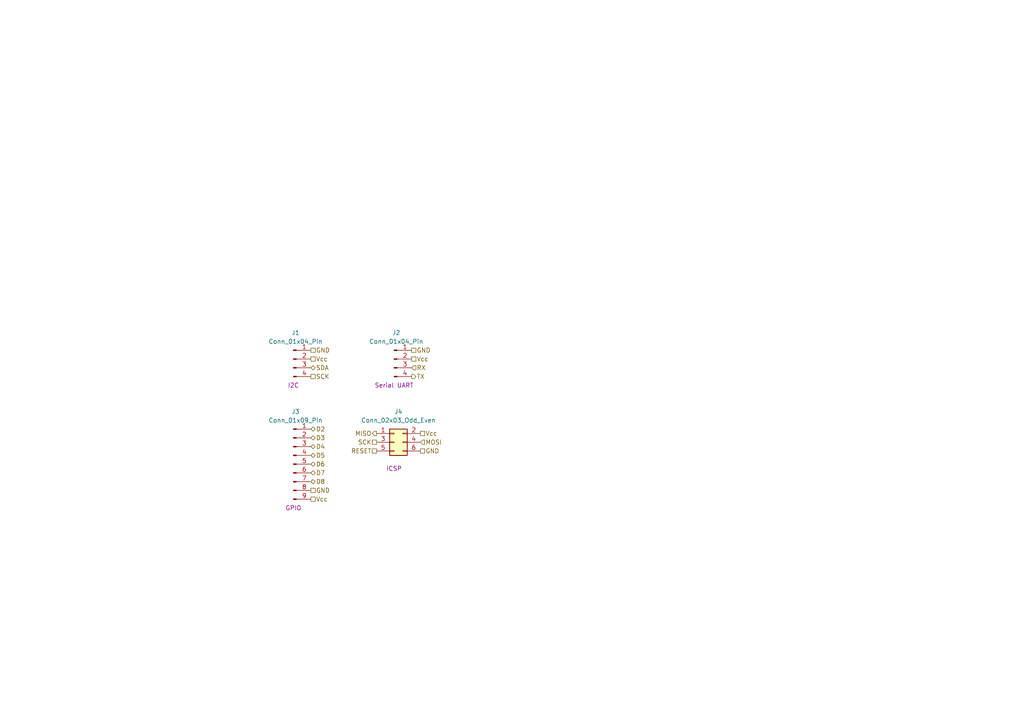
<source format=kicad_sch>
(kicad_sch (version 20250114) (generator "eeschema") (generator_version "9.0")
  (paper "A4")
  (lib_symbols
    (symbol "Connector:Conn_01x04_Pin" (pin_names (offset 1.016) (hide yes))
      (property "Reference" "J" (at 0 5.08 0))
      (property "Value" "Conn_01x04_Pin" (at 0 -7.62 0))
      (symbol "Conn_01x04_Pin_1_1"
        (rectangle (start 0.8636 2.667) (end 0 2.413) (stroke (width 0.1524)) (fill (type outline)))
        (rectangle (start 0.8636 0.127) (end 0 -0.127) (stroke (width 0.1524)) (fill (type outline)))
        (rectangle (start 0.8636 -2.413) (end 0 -2.667) (stroke (width 0.1524)) (fill (type outline)))
        (rectangle (start 0.8636 -4.953) (end 0 -5.207) (stroke (width 0.1524)) (fill (type outline)))
        (polyline (pts (xy 1.27 2.54) (xy 0.8636 2.54)) (stroke (width 0.1524)))
        (polyline (pts (xy 1.27 0) (xy 0.8636 0)) (stroke (width 0.1524)))
        (polyline (pts (xy 1.27 -2.54) (xy 0.8636 -2.54)) (stroke (width 0.1524)))
        (polyline (pts (xy 1.27 -5.08) (xy 0.8636 -5.08)) (stroke (width 0.1524)))
        (pin passive line (at 5.08 2.54 180) (length 3.81) (name "Pin_1") (number "1"))
        (pin passive line (at 5.08 0 180) (length 3.81) (name "Pin_2") (number "2"))
        (pin passive line (at 5.08 -2.54 180) (length 3.81) (name "Pin_3") (number "3"))
        (pin passive line (at 5.08 -5.08 180) (length 3.81) (name "Pin_4") (number "4"))
      )
    )
    (symbol "Connector:Conn_01x09_Pin" (pin_names (offset 1.016) (hide yes))
      (property "Reference" "J" (at 0 12.7 0))
      (property "Value" "Conn_01x09_Pin" (at 0 -12.7 0))
      (symbol "Conn_01x09_Pin_1_1"
        (rectangle (start 0.8636 10.287) (end 0 10.033) (stroke (width 0.1524)) (fill (type outline)))
        (rectangle (start 0.8636 7.747) (end 0 7.493) (stroke (width 0.1524)) (fill (type outline)))
        (rectangle (start 0.8636 5.207) (end 0 4.953) (stroke (width 0.1524)) (fill (type outline)))
        (rectangle (start 0.8636 2.667) (end 0 2.413) (stroke (width 0.1524)) (fill (type outline)))
        (rectangle (start 0.8636 0.127) (end 0 -0.127) (stroke (width 0.1524)) (fill (type outline)))
        (rectangle (start 0.8636 -2.413) (end 0 -2.667) (stroke (width 0.1524)) (fill (type outline)))
        (rectangle (start 0.8636 -4.953) (end 0 -5.207) (stroke (width 0.1524)) (fill (type outline)))
        (rectangle (start 0.8636 -7.493) (end 0 -7.747) (stroke (width 0.1524)) (fill (type outline)))
        (rectangle (start 0.8636 -10.033) (end 0 -10.287) (stroke (width 0.1524)) (fill (type outline)))
        (polyline (pts (xy 1.27 10.16) (xy 0.8636 10.16)) (stroke (width 0.1524)))
        (polyline (pts (xy 1.27 7.62) (xy 0.8636 7.62)) (stroke (width 0.1524)))
        (polyline (pts (xy 1.27 5.08) (xy 0.8636 5.08)) (stroke (width 0.1524)))
        (polyline (pts (xy 1.27 2.54) (xy 0.8636 2.54)) (stroke (width 0.1524)))
        (polyline (pts (xy 1.27 0) (xy 0.8636 0)) (stroke (width 0.1524)))
        (polyline (pts (xy 1.27 -2.54) (xy 0.8636 -2.54)) (stroke (width 0.1524)))
        (polyline (pts (xy 1.27 -5.08) (xy 0.8636 -5.08)) (stroke (width 0.1524)))
        (polyline (pts (xy 1.27 -7.62) (xy 0.8636 -7.62)) (stroke (width 0.1524)))
        (polyline (pts (xy 1.27 -10.16) (xy 0.8636 -10.16)) (stroke (width 0.1524)))
        (pin passive line (at 5.08 10.16 180) (length 3.81) (name "Pin_1") (number "1"))
        (pin passive line (at 5.08 7.62 180) (length 3.81) (name "Pin_2") (number "2"))
        (pin passive line (at 5.08 5.08 180) (length 3.81) (name "Pin_3") (number "3"))
        (pin passive line (at 5.08 2.54 180) (length 3.81) (name "Pin_4") (number "4"))
        (pin passive line (at 5.08 0 180) (length 3.81) (name "Pin_5") (number "5"))
        (pin passive line (at 5.08 -2.54 180) (length 3.81) (name "Pin_6") (number "6"))
        (pin passive line (at 5.08 -5.08 180) (length 3.81) (name "Pin_7") (number "7"))
        (pin passive line (at 5.08 -7.62 180) (length 3.81) (name "Pin_8") (number "8"))
        (pin passive line (at 5.08 -10.16 180) (length 3.81) (name "Pin_9") (number "9"))
      )
    )
    (symbol "Connector_Generic:Conn_02x03_Odd_Even" (pin_names (offset 1.016) (hide yes))
      (property "Reference" "J" (at 1.27 5.08 0))
      (property "Value" "Conn_02x03_Odd_Even" (at 1.27 -5.08 0))
      (symbol "Conn_02x03_Odd_Even_1_1"
        (rectangle (start -1.27 3.81) (end 3.81 -3.81) (stroke (width 0.254)) (fill (type background)))
        (rectangle (start -1.27 2.667) (end 0 2.413) (stroke (width 0.1524)))
        (rectangle (start -1.27 0.127) (end 0 -0.127) (stroke (width 0.1524)))
        (rectangle (start -1.27 -2.413) (end 0 -2.667) (stroke (width 0.1524)))
        (rectangle (start 3.81 2.667) (end 2.54 2.413) (stroke (width 0.1524)))
        (rectangle (start 3.81 0.127) (end 2.54 -0.127) (stroke (width 0.1524)))
        (rectangle (start 3.81 -2.413) (end 2.54 -2.667) (stroke (width 0.1524)))
        (pin passive line (at -5.08 2.54 0) (length 3.81) (name "Pin_1") (number "1"))
        (pin passive line (at -5.08 0 0) (length 3.81) (name "Pin_3") (number "3"))
        (pin passive line (at -5.08 -2.54 0) (length 3.81) (name "Pin_5") (number "5"))
        (pin passive line (at 7.62 2.54 180) (length 3.81) (name "Pin_2") (number "2"))
        (pin passive line (at 7.62 0 180) (length 3.81) (name "Pin_4") (number "4"))
        (pin passive line (at 7.62 -2.54 180) (length 3.81) (name "Pin_6") (number "6"))
      )
    )
  )
  (hierarchical_label "TX" (shape output) (at 119.38 109.22 0))
  (hierarchical_label "SCK" (shape passive) (at 90.17 109.22 0))
  (hierarchical_label "MOSI" (shape input) (at 121.92 128.27 0))
  (hierarchical_label "D8" (shape bidirectional) (at 90.17 139.7 0))
  (hierarchical_label "D7" (shape bidirectional) (at 90.17 137.16 0))
  (hierarchical_label "GND" (shape passive) (at 121.92 130.81 0))
  (hierarchical_label "Vcc" (shape passive) (at 119.38 104.14 0))
  (hierarchical_label "SDA" (shape bidirectional) (at 90.17 106.68 0))
  (hierarchical_label "D4" (shape bidirectional) (at 90.17 129.54 0))
  (hierarchical_label "GND" (shape passive) (at 90.17 142.24 0))
  (hierarchical_label "D3" (shape bidirectional) (at 90.17 127 0))
  (hierarchical_label "D2" (shape bidirectional) (at 90.17 124.46 0))
  (hierarchical_label "D6" (shape bidirectional) (at 90.17 134.62 0))
  (hierarchical_label "Vcc" (shape passive) (at 90.17 104.14 0))
  (hierarchical_label "MISO" (shape output) (at 109.22 125.73 180))
  (hierarchical_label "RX" (shape input) (at 119.38 106.68 0))
  (hierarchical_label "GND" (shape passive) (at 90.17 101.6 0))
  (hierarchical_label "Vcc" (shape passive) (at 121.92 125.73 0))
  (hierarchical_label "GND" (shape passive) (at 119.38 101.6 0))
  (hierarchical_label "D5" (shape bidirectional) (at 90.17 132.08 0))
  (hierarchical_label "RESET" (shape passive) (at 109.22 130.81 180))
  (hierarchical_label "Vcc" (shape passive) (at 90.17 144.78 0))
  (hierarchical_label "SCK" (shape passive) (at 109.22 128.27 180))
  (symbol (lib_id "Connector:Conn_01x04_Pin") (at 114.3 104.14 0) (unit 1)
    (property "Reference" "J2" (at 114.935 96.52 0))
    (property "Value" "Conn_01x04_Pin" (at 114.935 99.06 0))
    (property "Footprint" "Connector_PinHeader_2.54mm:PinHeader_1x04_P2.54mm_Vertical" (effects (hide yes)))
    (property "Description" "Serial UART" (at 114.3 111.76 0))
  )
  (symbol (lib_id "Connector:Conn_01x04_Pin") (at 85.09 104.14 0) (unit 1)
    (property "Reference" "J1" (at 85.725 96.52 0))
    (property "Value" "Conn_01x04_Pin" (at 85.725 99.06 0))
    (property "Footprint" "Connector_PinHeader_2.54mm:PinHeader_1x04_P2.54mm_Vertical" (effects (hide yes)))
    (property "Description" "I2C" (at 85.09 111.76 0))
  )
  (symbol (lib_id "Connector_Generic:Conn_02x03_Odd_Even") (at 114.3 128.27 0) (unit 1)
    (property "Reference" "J4" (at 115.57 119.38 0))
    (property "Value" "Conn_02x03_Odd_Even" (at 115.57 121.92 0))
    (property "Footprint" "Connector_PinHeader_2.54mm:PinHeader_2x03_P2.54mm_Vertical" (effects (hide yes)))
    (property "Description" "ICSP" (at 114.3 135.89 0))
  )
  (symbol (lib_id "Connector:Conn_01x09_Pin") (at 85.09 134.62 0) (unit 1)
    (property "Reference" "J3" (at 85.725 119.38 0))
    (property "Value" "Conn_01x09_Pin" (at 85.725 121.92 0))
    (property "Footprint" "Connector_PinHeader_2.54mm:PinHeader_1x09_P2.54mm_Vertical" (effects (hide yes)))
    (property "Description" "GPIO" (at 85.09 147.32 0))
  )
)
</source>
